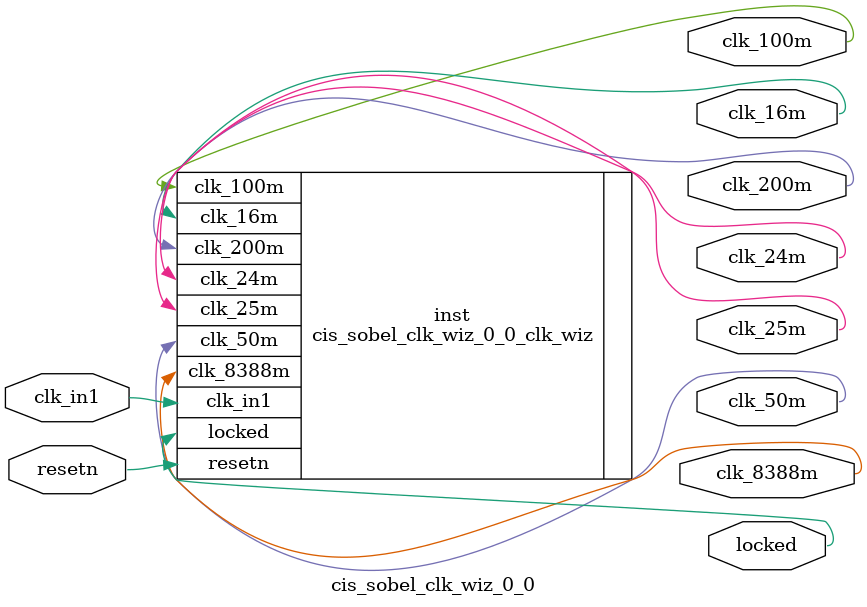
<source format=v>


`timescale 1ps/1ps

(* CORE_GENERATION_INFO = "cis_sobel_clk_wiz_0_0,clk_wiz_v6_0_3_0_0,{component_name=cis_sobel_clk_wiz_0_0,use_phase_alignment=true,use_min_o_jitter=false,use_max_i_jitter=false,use_dyn_phase_shift=false,use_inclk_switchover=false,use_dyn_reconfig=false,enable_axi=0,feedback_source=FDBK_AUTO,PRIMITIVE=MMCM,num_out_clk=7,clkin1_period=10.000,clkin2_period=10.000,use_power_down=false,use_reset=true,use_locked=true,use_inclk_stopped=false,feedback_type=SINGLE,CLOCK_MGR_TYPE=NA,manual_override=false}" *)

module cis_sobel_clk_wiz_0_0 
 (
  // Clock out ports
  output        clk_100m,
  output        clk_25m,
  output        clk_24m,
  output        clk_200m,
  output        clk_16m,
  output        clk_8388m,
  output        clk_50m,
  // Status and control signals
  input         resetn,
  output        locked,
 // Clock in ports
  input         clk_in1
 );

  cis_sobel_clk_wiz_0_0_clk_wiz inst
  (
  // Clock out ports  
  .clk_100m(clk_100m),
  .clk_25m(clk_25m),
  .clk_24m(clk_24m),
  .clk_200m(clk_200m),
  .clk_16m(clk_16m),
  .clk_8388m(clk_8388m),
  .clk_50m(clk_50m),
  // Status and control signals               
  .resetn(resetn), 
  .locked(locked),
 // Clock in ports
  .clk_in1(clk_in1)
  );

endmodule

</source>
